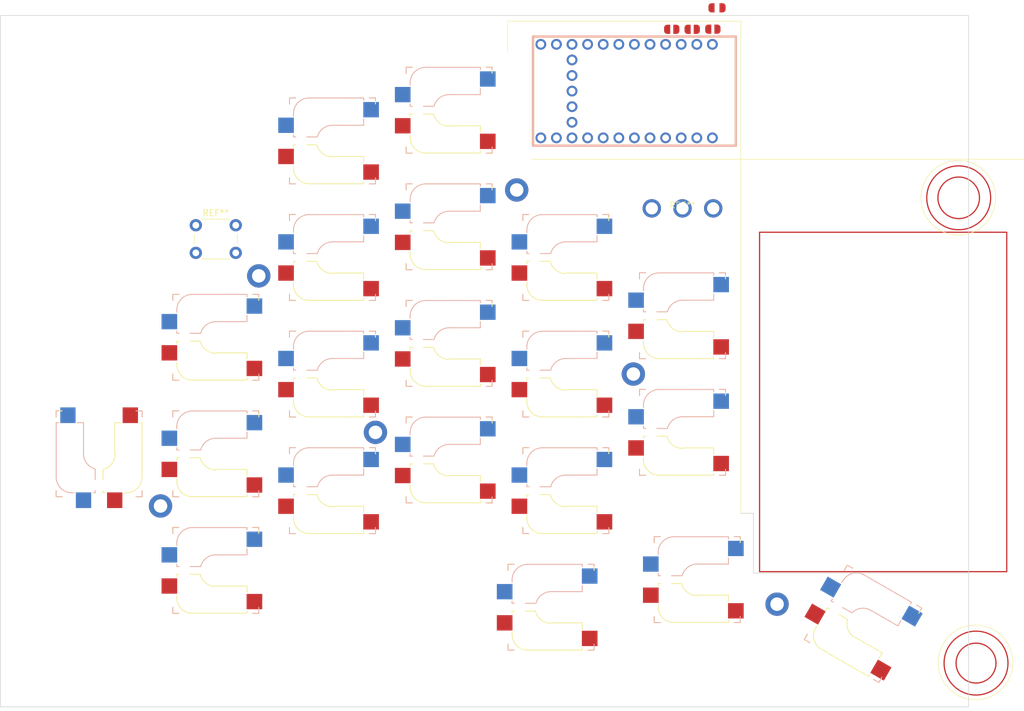
<source format=kicad_pcb>
(kicad_pcb (version 20221018) (generator pcbnew)
  (layers (0 "F.Cu" signal) (31 "B.Cu" signal) (34 "B.Paste" user) (35 "F.Paste" user) (36 "B.SilkS" user "B.Silkscreen") (37 "F.SilkS" user "F.Silkscreen") (38 "B.Mask" user) (39 "F.Mask" user) (44 "Edge.Cuts" user))
  (net 0 "")
  (footprint "footprints:Kailh_socket_MX_reversible_1U" (layer "F.Cu") (at 112 98)
    (fp_text reference "REF**")
    (fp_text value locked "Kailh_socket_MX_reversible")
    (pad "" np_thru_hole circle locked (at -5.08 0) (size 1.7018 1.7018) (drill 1.7018) (layers "F&B.Cu" "*.Mask"))
    (pad "" np_thru_hole circle locked (at -3.81 -2.54) (size 3 3) (drill 3) (layers "F&B.Cu" "*.Mask"))
    (pad "" np_thru_hole circle locked (at -3.81 2.54) (size 3 3) (drill 3) (layers "F&B.Cu" "*.Mask"))
    (pad "" np_thru_hole circle locked (at 0 0) (size 3.9878 3.9878) (drill 3.9878) (layers "F&B.Cu" "*.Mask"))
    (pad "" np_thru_hole circle locked (at 2.54 -5.08) (size 3 3) (drill 3) (layers "F&B.Cu" "*.Mask"))
    (pad "" np_thru_hole circle locked (at 2.54 5.08) (size 3 3) (drill 3) (layers "F&B.Cu" "*.Mask"))
    (pad "" np_thru_hole circle locked (at 5.08 0) (size 1.7018 1.7018) (drill 1.7018) (layers "F&B.Cu" "*.Mask"))
    (pad "1" smd rect locked (at 6.29 -5.08) (size 2.55 2.5) (layers "B.Cu" "B.Paste" "B.Mask"))
    (pad "1" smd rect locked (at 6.29 5.08) (size 2.55 2.5) (layers "F.Cu" "F.Paste" "F.Mask"))
    (pad "2" smd rect locked (at -7.56 -2.54) (size 2.55 2.5) (layers "B.Cu" "B.Paste" "B.Mask"))
    (pad "2" smd rect locked (at -7.56 2.54) (size 2.55 2.5) (layers "F.Cu" "F.Paste" "F.Mask"))
  )
  (footprint "footprints:Kailh_socket_MX_reversible_1U" (layer "F.Cu") (at 131 66)
    (fp_text reference "REF**")
    (fp_text value "Kailh_socket_MX_reversible")
    (pad "" np_thru_hole circle locked (at -5.08 0) (size 1.7018 1.7018) (drill 1.7018) (layers "F&B.Cu" "*.Mask"))
    (pad "" np_thru_hole circle locked (at -3.81 -2.54) (size 3 3) (drill 3) (layers "F&B.Cu" "*.Mask"))
    (pad "" np_thru_hole circle locked (at -3.81 2.54) (size 3 3) (drill 3) (layers "F&B.Cu" "*.Mask"))
    (pad "" np_thru_hole circle locked (at 0 0) (size 3.9878 3.9878) (drill 3.9878) (layers "F&B.Cu" "*.Mask"))
    (pad "" np_thru_hole circle locked (at 2.54 -5.08) (size 3 3) (drill 3) (layers "F&B.Cu" "*.Mask"))
    (pad "" np_thru_hole circle locked (at 2.54 5.08) (size 3 3) (drill 3) (layers "F&B.Cu" "*.Mask"))
    (pad "" np_thru_hole circle locked (at 5.08 0) (size 1.7018 1.7018) (drill 1.7018) (layers "F&B.Cu" "*.Mask"))
    (pad "1" smd rect locked (at 6.29 -5.08) (size 2.55 2.5) (layers "B.Cu" "B.Paste" "B.Mask"))
    (pad "1" smd rect locked (at 6.29 5.08) (size 2.55 2.5) (layers "F.Cu" "F.Paste" "F.Mask"))
    (pad "2" smd rect locked (at -7.56 -2.54) (size 2.55 2.5) (layers "B.Cu" "B.Paste" "B.Mask"))
    (pad "2" smd rect locked (at -7.56 2.54) (size 2.55 2.5) (layers "F.Cu" "F.Paste" "F.Mask"))
  )
  (footprint "footprints:Kailh_socket_MX_reversible_1U" (layer "F.Cu") (at 131 104)
    (fp_text reference "REF**")
    (fp_text value "Kailh_socket_MX_reversible")
    (pad "" np_thru_hole circle locked (at -5.08 0) (size 1.7018 1.7018) (drill 1.7018) (layers "F&B.Cu" "*.Mask"))
    (pad "" np_thru_hole circle locked (at -3.81 -2.54) (size 3 3) (drill 3) (layers "F&B.Cu" "*.Mask"))
    (pad "" np_thru_hole circle locked (at -3.81 2.54) (size 3 3) (drill 3) (layers "F&B.Cu" "*.Mask"))
    (pad "" np_thru_hole circle locked (at 0 0) (size 3.9878 3.9878) (drill 3.9878) (layers "F&B.Cu" "*.Mask"))
    (pad "" np_thru_hole circle locked (at 2.54 -5.08) (size 3 3) (drill 3) (layers "F&B.Cu" "*.Mask"))
    (pad "" np_thru_hole circle locked (at 2.54 5.08) (size 3 3) (drill 3) (layers "F&B.Cu" "*.Mask"))
    (pad "" np_thru_hole circle locked (at 5.08 0) (size 1.7018 1.7018) (drill 1.7018) (layers "F&B.Cu" "*.Mask"))
    (pad "1" smd rect locked (at 6.29 -5.08) (size 2.55 2.5) (layers "B.Cu" "B.Paste" "B.Mask"))
    (pad "1" smd rect locked (at 6.29 5.08) (size 2.55 2.5) (layers "F.Cu" "F.Paste" "F.Mask"))
    (pad "2" smd rect locked (at -7.56 -2.54) (size 2.55 2.5) (layers "B.Cu" "B.Paste" "B.Mask"))
    (pad "2" smd rect locked (at -7.56 2.54) (size 2.55 2.5) (layers "F.Cu" "F.Paste" "F.Mask"))
  )
  (footprint "footprints:Kailh_socket_MX_reversible_1U" (layer "F.Cu") (at 188 94.5)
    (fp_text reference "REF**")
    (fp_text value "Kailh_socket_MX_reversible")
    (pad "" np_thru_hole circle locked (at -5.08 0) (size 1.7018 1.7018) (drill 1.7018) (layers "F&B.Cu" "*.Mask"))
    (pad "" np_thru_hole circle locked (at -3.81 -2.54) (size 3 3) (drill 3) (layers "F&B.Cu" "*.Mask"))
    (pad "" np_thru_hole circle locked (at -3.81 2.54) (size 3 3) (drill 3) (layers "F&B.Cu" "*.Mask"))
    (pad "" np_thru_hole circle locked (at 0 0) (size 3.9878 3.9878) (drill 3.9878) (layers "F&B.Cu" "*.Mask"))
    (pad "" np_thru_hole circle locked (at 2.54 -5.08) (size 3 3) (drill 3) (layers "F&B.Cu" "*.Mask"))
    (pad "" np_thru_hole circle locked (at 2.54 5.08) (size 3 3) (drill 3) (layers "F&B.Cu" "*.Mask"))
    (pad "" np_thru_hole circle locked (at 5.08 0) (size 1.7018 1.7018) (drill 1.7018) (layers "F&B.Cu" "*.Mask"))
    (pad "1" smd rect locked (at 6.29 -5.08) (size 2.55 2.5) (layers "B.Cu" "B.Paste" "B.Mask"))
    (pad "1" smd rect locked (at 6.29 5.08) (size 2.55 2.5) (layers "F.Cu" "F.Paste" "F.Mask"))
    (pad "2" smd rect locked (at -7.56 -2.54) (size 2.55 2.5) (layers "B.Cu" "B.Paste" "B.Mask"))
    (pad "2" smd rect locked (at -7.56 2.54) (size 2.55 2.5) (layers "F.Cu" "F.Paste" "F.Mask"))
  )
  (footprint "footprints:Kailh_socket_MX_reversible_1U" (layer "F.Cu") (at 188 113.5)
    (fp_text reference "REF**")
    (fp_text value "Kailh_socket_MX_reversible")
    (pad "" np_thru_hole circle locked (at -5.08 0) (size 1.7018 1.7018) (drill 1.7018) (layers "F&B.Cu" "*.Mask"))
    (pad "" np_thru_hole circle locked (at -3.81 -2.54) (size 3 3) (drill 3) (layers "F&B.Cu" "*.Mask"))
    (pad "" np_thru_hole circle locked (at -3.81 2.54) (size 3 3) (drill 3) (layers "F&B.Cu" "*.Mask"))
    (pad "" np_thru_hole circle locked (at 0 0) (size 3.9878 3.9878) (drill 3.9878) (layers "F&B.Cu" "*.Mask"))
    (pad "" np_thru_hole circle locked (at 2.54 -5.08) (size 3 3) (drill 3) (layers "F&B.Cu" "*.Mask"))
    (pad "" np_thru_hole circle locked (at 2.54 5.08) (size 3 3) (drill 3) (layers "F&B.Cu" "*.Mask"))
    (pad "" np_thru_hole circle locked (at 5.08 0) (size 1.7018 1.7018) (drill 1.7018) (layers "F&B.Cu" "*.Mask"))
    (pad "1" smd rect locked (at 6.29 -5.08) (size 2.55 2.5) (layers "B.Cu" "B.Paste" "B.Mask"))
    (pad "1" smd rect locked (at 6.29 5.08) (size 2.55 2.5) (layers "F.Cu" "F.Paste" "F.Mask"))
    (pad "2" smd rect locked (at -7.56 -2.54) (size 2.55 2.5) (layers "B.Cu" "B.Paste" "B.Mask"))
    (pad "2" smd rect locked (at -7.56 2.54) (size 2.55 2.5) (layers "F.Cu" "F.Paste" "F.Mask"))
  )
  (footprint "MountingHole:MountingHole_2.2mm_M2_DIN965_Pad" (layer "F.Cu") (at 203.4 141.5)
    (fp_text reference "REF**" hide)
    (fp_text value "MountingHole_2.2mm_M2_DIN965_Pad" hide)
    (pad "1" thru_hole circle locked (at 0 0) (size 3.8 3.8) (drill 2.2) (layers "*.Cu" "*.Mask"))
  )
  (footprint "footprints:Jumper_Open_0.5mm" (layer "F.Cu") (at 189.58 47.82)
    (fp_text reference "REF**" hide)
    (fp_text value "Jumper_Open_0.5mm" hide)
    (pad "1" smd custom (at -0.75 0) (size 1 0.5) (layers "F.Cu" "F.Mask") (options (clearance outline) (anchor rect)) (primitives (gr_circle (center 0 0.25) (end 0.5 0.25) (width 0) (fill yes)) (gr_circle (center 0 -0.25) (end 0.5 -0.25) (width 0) (fill yes)) (gr_poly (pts (xy 0.5 0.75) (xy 0 0.75) (xy 0 -0.75) (xy 0.5 -0.75)) (width 0) (fill yes))))
    (pad "2" smd custom (at 0.75 0) (size 1 0.5) (layers "F.Cu" "F.Mask") (options (clearance outline) (anchor rect)) (primitives (gr_circle (center 0 0.25) (end 0.5 0.25) (width 0) (fill yes)) (gr_circle (center 0 -0.25) (end 0.5 -0.25) (width 0) (fill yes)) (gr_poly (pts (xy 0 0.75) (xy -0.5 0.75) (xy -0.5 -0.75) (xy 0 -0.75)) (width 0) (fill yes))))
  )
  (footprint "footprints:through_hole_m2" (layer "F.Cu") (at 178.5 142)
    (fp_text reference "REF**" hide)
    (fp_text value "through_hole_m2" hide)
    (pad "" np_thru_hole circle locked (at 0 0) (size 4 4) (drill 4) (layers "F&B.Cu" "*.Mask"))
  )
  (footprint "footprints:Kailh_socket_MX_reversible_1U" (layer "F.Cu") (at 169 85)
    (fp_text reference "REF**")
    (fp_text value "Kailh_socket_MX_reversible")
    (pad "" np_thru_hole circle locked (at -5.08 0) (size 1.7018 1.7018) (drill 1.7018) (layers "F&B.Cu" "*.Mask"))
    (pad "" np_thru_hole circle locked (at -3.81 -2.54) (size 3 3) (drill 3) (layers "F&B.Cu" "*.Mask"))
    (pad "" np_thru_hole circle locked (at -3.81 2.54) (size 3 3) (drill 3) (layers "F&B.Cu" "*.Mask"))
    (pad "" np_thru_hole circle locked (at 0 0) (size 3.9878 3.9878) (drill 3.9878) (layers "F&B.Cu" "*.Mask"))
    (pad "" np_thru_hole circle locked (at 2.54 -5.08) (size 3 3) (drill 3) (layers "F&B.Cu" "*.Mask"))
    (pad "" np_thru_hole circle locked (at 2.54 5.08) (size 3 3) (drill 3) (layers "F&B.Cu" "*.Mask"))
    (pad "" np_thru_hole circle locked (at 5.08 0) (size 1.7018 1.7018) (drill 1.7018) (layers "F&B.Cu" "*.Mask"))
    (pad "1" smd rect locked (at 6.29 -5.08) (size 2.55 2.5) (layers "B.Cu" "B.Paste" "B.Mask"))
    (pad "1" smd rect locked (at 6.29 5.08) (size 2.55 2.5) (layers "F.Cu" "F.Paste" "F.Mask"))
    (pad "2" smd rect locked (at -7.56 -2.54) (size 2.55 2.5) (layers "B.Cu" "B.Paste" "B.Mask"))
    (pad "2" smd rect locked (at -7.56 2.54) (size 2.55 2.5) (layers "F.Cu" "F.Paste" "F.Mask"))
  )
  (footprint "footprints:through_hole_m2" (layer "F.Cu") (at 138 75.5)
    (fp_text reference "REF**" hide)
    (fp_text value "through_hole_m2" hide)
    (pad "" np_thru_hole circle locked (at 0 0) (size 4 4) (drill 4) (layers "F&B.Cu" "*.Mask"))
  )
  (footprint "footprints:Kailh_socket_MX_reversible_1U" (layer "F.Cu") (at 150 80)
    (fp_text reference "REF**")
    (fp_text value "Kailh_socket_MX_reversible")
    (pad "" np_thru_hole circle locked (at -5.08 0) (size 1.7018 1.7018) (drill 1.7018) (layers "*.Cu" "*.Mask"))
    (pad "" np_thru_hole circle locked (at -3.81 -2.54) (size 3 3) (drill 3) (layers "*.Cu" "*.Mask"))
    (pad "" np_thru_hole circle locked (at -3.81 2.54) (size 3 3) (drill 3) (layers "*.Cu" "*.Mask"))
    (pad "" np_thru_hole circle locked (at 0 0) (size 3.9878 3.9878) (drill 3.9878) (layers "*.Cu" "*.Mask"))
    (pad "" np_thru_hole circle locked (at 2.54 -5.08) (size 3 3) (drill 3) (layers "*.Cu" "*.Mask"))
    (pad "" np_thru_hole circle locked (at 2.54 5.08) (size 3 3) (drill 3) (layers "*.Cu" "*.Mask"))
    (pad "" np_thru_hole circle locked (at 5.08 0) (size 1.7018 1.7018) (drill 1.7018) (layers "*.Cu" "*.Mask"))
    (pad "1" smd rect locked (at 6.29 -5.08) (size 2.55 2.5) (layers "B.Cu" "B.Paste" "B.Mask"))
    (pad "1" smd rect locked (at 6.29 5.08) (size 2.55 2.5) (layers "F.Cu" "F.Paste" "F.Mask"))
    (pad "2" smd rect locked (at -7.56 -2.54) (size 2.55 2.5) (layers "B.Cu" "B.Paste" "B.Mask"))
    (pad "2" smd rect locked (at -7.56 2.54) (size 2.55 2.5) (layers "F.Cu" "F.Paste" "F.Mask"))
  )
  (footprint "MountingHole:MountingHole_2.2mm_M2_DIN965_Pad" (layer "F.Cu") (at 119 88)
    (fp_text reference "REF**" hide)
    (fp_text value "MountingHole_2.2mm_M2_DIN965_Pad" hide)
    (pad "1" thru_hole circle locked (at 0 0) (size 3.8 3.8) (drill 2.2) (layers "*.Cu" "*.Mask"))
  )
  (footprint "MountingHole:MountingHole_2.2mm_M2_DIN965_Pad" (layer "F.Cu") (at 103 125.5)
    (fp_text reference "REF**" hide)
    (fp_text value "MountingHole_2.2mm_M2_DIN965_Pad" hide)
    (pad "1" thru_hole circle locked (at 0 0) (size 3.8 3.8) (drill 2.2) (layers "*.Cu" "*.Mask"))
  )
  (footprint "footprints:through_hole_m2" (layer "F.Cu") (at 157 108.5)
    (fp_text reference "REF**" hide)
    (fp_text value "through_hole_m2" hide)
    (pad "" np_thru_hole circle locked (at 0 0) (size 4 4) (drill 4) (layers "F&B.Cu" "*.Mask"))
  )
  (footprint "footprints:nice_nano" (layer "F.Cu") (at 178.9 57.89 180)
    (fp_text reference "U1" hide)
    (fp_text value "nice_nano" hide)
    (pad "1" thru_hole circle (at -13.97 7.62 180) (size 1.7526 1.7526) (drill 1.0922) (layers "*.Cu" "*.Mask"))
    (pad "2" thru_hole circle (at -11.43 7.62 180) (size 1.7526 1.7526) (drill 1.0922) (layers "*.Cu" "*.Mask"))
    (pad "3" thru_hole circle (at -8.89 7.62 180) (size 1.7526 1.7526) (drill 1.0922) (layers "*.Cu" "*.Mask"))
    (pad "4" thru_hole circle (at -6.35 7.62 180) (size 1.7526 1.7526) (drill 1.0922) (layers "*.Cu" "*.Mask"))
    (pad "5" thru_hole circle (at -3.81 7.62 180) (size 1.7526 1.7526) (drill 1.0922) (layers "*.Cu" "*.Mask"))
    (pad "6" thru_hole circle (at -1.27 7.62 180) (size 1.7526 1.7526) (drill 1.0922) (layers "*.Cu" "*.Mask"))
    (pad "7" thru_hole circle (at 1.27 7.62 180) (size 1.7526 1.7526) (drill 1.0922) (layers "*.Cu" "*.Mask"))
    (pad "8" thru_hole circle (at 3.81 7.62 180) (size 1.7526 1.7526) (drill 1.0922) (layers "*.Cu" "*.Mask"))
    (pad "9" thru_hole circle (at 6.35 7.62 180) (size 1.7526 1.7526) (drill 1.0922) (layers "*.Cu" "*.Mask"))
    (pad "10" thru_hole circle (at 8.89 7.62 180) (size 1.7526 1.7526) (drill 1.0922) (layers "*.Cu" "*.Mask"))
    (pad "11" thru_hole circle (at 11.43 7.62 180) (size 1.7526 1.7526) (drill 1.0922) (layers "*.Cu" "*.Mask"))
    (pad "12" thru_hole circle (at 13.97 7.62 180) (size 1.7526 1.7526) (drill 1.0922) (layers "*.Cu" "*.Mask"))
    (pad "13" thru_hole circle (at 13.97 -7.62 180) (size 1.7526 1.7526) (drill 1.0922) (layers "*.Cu" "*.Mask"))
    (pad "14" thru_hole circle (at 11.43 -7.62 180) (size 1.7526 1.7526) (drill 1.0922) (layers "*.Cu" "*.Mask"))
    (pad "15" thru_hole circle (at 8.89 -7.62 180) (size 1.7526 1.7526) (drill 1.0922) (layers "*.Cu" "*.Mask"))
    (pad "16" thru_hole circle (at 6.35 -7.62 180) (size 1.7526 1.7526) (drill 1.0922) (layers "*.Cu" "*.Mask"))
    (pad "17" thru_hole circle (at 3.81 -7.62 180) (size 1.7526 1.7526) (drill 1.0922) (layers "*.Cu" "*.Mask"))
    (pad "18" thru_hole circle (at 1.27 -7.62 180) (size 1.7526 1.7526) (drill 1.0922) (layers "*.Cu" "*.Mask"))
    (pad "19" thru_hole circle (at -1.27 -7.62 180) (size 1.7526 1.7526) (drill 1.0922) (layers "*.Cu" "*.Mask"))
    (pad "20" thru_hole circle (at -3.81 -7.62 180) (size 1.7526 1.7526) (drill 1.0922) (layers "*.Cu" "*.Mask"))
    (pad "21" thru_hole circle (at -6.35 -7.62 180) (size 1.7526 1.7526) (drill 1.0922) (layers "*.Cu" "*.Mask"))
    (pad "22" thru_hole circle (at -8.89 -7.62 180) (size 1.7526 1.7526) (drill 1.0922) (layers "*.Cu" "*.Mask"))
    (pad "23" thru_hole circle (at -11.43 -7.62 180) (size 1.7526 1.7526) (drill 1.0922) (layers "*.Cu" "*.Mask"))
    (pad "24" thru_hole circle (at -13.97 -7.62 180) (size 1.7526 1.7526) (drill 1.0922) (layers "*.Cu" "*.Mask"))
    (pad "31" thru_hole circle (at 8.89 -5.08 180) (size 1.7526 1.7526) (drill 1.0922) (layers "*.Cu" "*.Mask"))
    (pad "31" thru_hole circle (at 8.89 5.08 180) (size 1.7526 1.7526) (drill 1.0922) (layers "*.Cu" "*.Mask"))
    (pad "32" thru_hole circle (at 8.89 -2.54 180) (size 1.7526 1.7526) (drill 1.0922) (layers "*.Cu" "*.Mask"))
    (pad "32" thru_hole circle (at 8.89 2.54 180) (size 1.7526 1.7526) (drill 1.0922) (layers "*.Cu" "*.Mask"))
    (pad "33" thru_hole circle (at 8.89 0 180) (size 1.7526 1.7526) (drill 1.0922) (layers "*.Cu" "*.Mask"))
  )
  (footprint "MountingHole:MountingHole_2.2mm_M2_DIN965_Pad" (layer "F.Cu") (at 180 104)
    (fp_text reference "REF**" hide)
    (fp_text value "MountingHole_2.2mm_M2_DIN965_Pad" hide)
    (pad "1" thru_hole circle locked (at 0 0) (size 3.8 3.8) (drill 2.2) (layers "*.Cu" "*.Mask"))
  )
  (footprint "Button_Switch_THT:SW_PUSH_6mm" (layer "F.Cu") (at 108.75 79.75)
    (fp_text reference "REF**" (at 3.25 -2) (layer "F.SilkS"))
    (fp_text value "SW_PUSH_6mm")
    (pad "1" thru_hole circle locked (at 0 0 90) (size 2 2) (drill 1.1) (layers "*.Cu" "*.Mask"))
    (pad "1" thru_hole circle locked (at 6.5 0 90) (size 2 2) (drill 1.1) (layers "*.Cu" "*.Mask"))
    (pad "2" thru_hole circle locked (at 0 4.5 90) (size 2 2) (drill 1.1) (layers "*.Cu" "*.Mask"))
    (pad "2" thru_hole circle locked (at 6.5 4.5 90) (size 2 2) (drill 1.1) (layers "*.Cu" "*.Mask"))
  )
  (footprint "MountingHole:MountingHole_2.2mm_M2_DIN965_Pad" (layer "F.Cu") (at 161 74)
    (fp_text reference "REF**" hide)
    (fp_text value "MountingHole_2.2mm_M2_DIN965_Pad" hide)
    (pad "1" thru_hole circle locked (at 0 0) (size 3.8 3.8) (drill 2.2) (layers "*.Cu" "*.Mask"))
  )
  (footprint "footprints:Kailh_socket_MX_reversible_1U" (layer "F.Cu") (at 169 123)
    (fp_text reference locked "REF**")
    (fp_text value "Kailh_socket_MX_reversible")
    (pad "" np_thru_hole circle locked (at -5.08 0) (size 1.7018 1.7018) (drill 1.7018) (layers "F&B.Cu" "*.Mask"))
    (pad "" np_thru_hole circle locked (at -3.81 -2.54) (size 3 3) (drill 3) (layers "F&B.Cu" "*.Mask"))
    (pad "" np_thru_hole circle locked (at -3.81 2.54) (size 3 3) (drill 3) (layers "F&B.Cu" "*.Mask"))
    (pad "" np_thru_hole circle locked (at 0 0) (size 3.9878 3.9878) (drill 3.9878) (layers "F&B.Cu" "*.Mask"))
    (pad "" np_thru_hole circle locked (at 2.54 -5.08) (size 3 3) (drill 3) (layers "F&B.Cu" "*.Mask"))
    (pad "" np_thru_hole circle locked (at 2.54 5.08) (size 3 3) (drill 3) (layers "F&B.Cu" "*.Mask"))
    (pad "" np_thru_hole circle locked (at 5.08 0) (size 1.7018 1.7018) (drill 1.7018) (layers "F&B.Cu" "*.Mask"))
    (pad "1" smd rect locked (at 6.29 -5.08) (size 2.55 2.5) (layers "B.Cu" "B.Paste" "B.Mask"))
    (pad "1" smd rect locked (at 6.29 5.08) (size 2.55 2.5) (layers "F.Cu" "F.Paste" "F.Mask"))
    (pad "2" smd rect locked (at -7.56 -2.54) (size 2.55 2.5) (layers "B.Cu" "B.Paste" "B.Mask"))
    (pad "2" smd rect locked (at -7.56 2.54) (size 2.55 2.5) (layers "F.Cu" "F.Paste" "F.Mask"))
  )
  (footprint "footprints:Jumper_Open_0.8mm" (layer "F.Cu") (at 193.91 44.37)
    (fp_text reference "REF**" hide)
    (fp_text value "Jumper_Open_0.8mm" hide)
    (pad "1" smd custom (at -1.19 -0.05) (size 1 0.5) (layers "F.Cu" "F.Mask") (options (clearance outline) (anchor rect)) (primitives (gr_circle (center 0 0.25) (end 0.5 0.25) (width 0) (fill yes)) (gr_circle (center 0 -0.25) (end 0.5 -0.25) (width 0) (fill yes)) (gr_poly (pts (xy 0.5 0.75) (xy 0 0.75) (xy 0 -0.75) (xy 0.5 -0.75)) (width 0) (fill yes))))
    (pad "2" smd custom (at 0.61 -0.05) (size 1 0.5) (layers "F.Cu" "F.Mask") (options (clearance outline) (anchor rect)) (primitives (gr_circle (center 0 0.25) (end 0.5 0.25) (width 0) (fill yes)) (gr_circle (center 0 -0.25) (end 0.5 -0.25) (width 0) (fill yes)) (gr_poly (pts (xy 0 0.75) (xy -0.5 0.75) (xy -0.5 -0.75) (xy 0 -0.75)) (width 0) (fill yes))))
  )
  (footprint "footprints:Jumper_Open_0.5mm" (layer "F.Cu") (at 186.25 47.82)
    (fp_text reference "REF**" hide)
    (fp_text value "Jumper_Open_0.5mm" hide)
    (pad "1" smd custom (at -0.75 0) (size 1 0.5) (layers "F.Cu" "F.Mask") (options (clearance outline) (anchor rect)) (primitives (gr_circle (center 0 0.25) (end 0.5 0.25) (width 0) (fill yes)) (gr_circle (center 0 -0.25) (end 0.5 -0.25) (width 0) (fill yes)) (gr_poly (pts (xy 0.5 0.75) (xy 0 0.75) (xy 0 -0.75) (xy 0.5 -0.75)) (width 0) (fill yes))))
    (pad "2" smd custom (at 0.75 0) (size 1 0.5) (layers "F.Cu" "F.Mask") (options (clearance outline) (anchor rect)) (primitives (gr_circle (center 0 0.25) (end 0.5 0.25) (width 0) (fill yes)) (gr_circle (center 0 -0.25) (end 0.5 -0.25) (width 0) (fill yes)) (gr_poly (pts (xy 0 0.75) (xy -0.5 0.75) (xy -0.5 -0.75) (xy 0 -0.75)) (width 0) (fill yes))))
  )
  (footprint "MountingHole:MountingHole_2.2mm_M2_DIN965_Pad" (layer "F.Cu") (at 138 113.5)
    (fp_text reference "REF**" hide)
    (fp_text value "MountingHole_2.2mm_M2_DIN965_Pad" hide)
    (pad "1" thru_hole circle locked (at 0 0) (size 3.8 3.8) (drill 2.2) (layers "*.Cu" "*.Mask"))
  )
  (footprint "footprints:Kailh_socket_MX_reversible_1U" (layer "F.Cu") (at 169 104)
    (fp_text reference locked "REF**")
    (fp_text value "Kailh_socket_MX_reversible")
    (pad "" np_thru_hole circle locked (at -5.08 0) (size 1.7018 1.7018) (drill 1.7018) (layers "F&B.Cu" "*.Mask"))
    (pad "" np_thru_hole circle locked (at -3.81 -2.54) (size 3 3) (drill 3) (layers "F&B.Cu" "*.Mask"))
    (pad "" np_thru_hole circle locked (at -3.81 2.54) (size 3 3) (drill 3) (layers "F&B.Cu" "*.Mask"))
    (pad "" np_thru_hole circle locked (at 0 0) (size 3.9878 3.9878) (drill 3.9878) (layers "F&B.Cu" "*.Mask"))
    (pad "" np_thru_hole circle locked (at 2.54 -5.08) (size 3 3) (drill 3) (layers "F&B.Cu" "*.Mask"))
    (pad "" np_thru_hole circle locked (at 2.54 5.08) (size 3 3) (drill 3) (layers "F&B.Cu" "*.Mask"))
    (pad "" np_thru_hole circle locked (at 5.08 0) (size 1.7018 1.7018) (drill 1.7018) (layers "F&B.Cu" "*.Mask"))
    (pad "1" smd rect locked (at 6.29 -5.08) (size 2.55 2.5) (layers "B.Cu" "B.Paste" "B.Mask"))
    (pad "1" smd rect locked (at 6.29 5.08) (size 2.55 2.5) (layers "F.Cu" "F.Paste" "F.Mask"))
    (pad "2" smd rect locked (at -7.56 -2.54) (size 2.55 2.5) (layers "B.Cu" "B.Paste" "B.Mask"))
    (pad "2" smd rect locked (at -7.56 2.54) (size 2.55 2.5) (layers "F.Cu" "F.Paste" "F.Mask"))
  )
  (footprint "footprints:Kailh_socket_MX_reversible_1U" (layer "F.Cu") (at 112 117)
    (fp_text reference "REF**")
    (fp_text value "Kailh_socket_MX_reversible")
    (pad "" np_thru_hole circle locked (at -5.08 0) (size 1.7018 1.7018) (drill 1.7018) (layers "F&B.Cu" "*.Mask"))
    (pad "" np_thru_hole circle locked (at -3.81 -2.54) (size 3 3) (drill 3) (layers "F&B.Cu" "*.Mask"))
    (pad "" np_thru_hole circle locked (at -3.81 2.54) (size 3 3) (drill 3) (layers "F&B.Cu" "*.Mask"))
    (pad "" np_thru_hole circle locked (at 0 0) (size 3.9878 3.9878) (drill 3.9878) (layers "F&B.Cu" "*.Mask"))
    (pad "" np_thru_hole circle locked (at 2.54 -5.08) (size 3 3) (drill 3) (layers "F&B.Cu" "*.Mask"))
    (pad "" np_thru_hole circle locked (at 2.54 5.08) (size 3 3) (drill 3) (layers "F&B.Cu" "*.Mask"))
    (pad "" np_thru_hole circle locked (at 5.08 0) (size 1.7018 1.7018) (drill 1.7018) (layers "F&B.Cu" "*.Mask"))
    (pad "1" smd rect locked (at 6.29 -5.08) (size 2.55 2.5) (layers "B.Cu" "B.Paste" "B.Mask"))
    (pad "1" smd rect locked (at 6.29 5.08) (size 2.55 2.5) (layers "F.Cu" "F.Paste" "F.Mask"))
    (pad "2" smd rect locked (at -7.56 -2.54) (size 2.55 2.5) (layers "B.Cu" "B.Paste" "B.Mask"))
    (pad "2" smd rect locked (at -7.56 2.54) (size 2.55 2.5) (layers "F.Cu" "F.Paste" "F.Mask"))
  )
  (footprint "footprints:Kailh_socket_MX_reversible_1U" (layer "F.Cu") (at 131 123)
    (fp_text reference "REF**")
    (fp_text value "Kailh_socket_MX_reversible")
    (pad "" np_thru_hole circle locked (at -5.08 0) (size 1.7018 1.7018) (drill 1.7018) (layers "F&B.Cu" "*.Mask"))
    (pad "" np_thru_hole circle locked (at -3.81 -2.54) (size 3 3) (drill 3) (layers "F&B.Cu" "*.Mask"))
    (pad "" np_thru_hole circle locked (at -3.81 2.54) (size 3 3) (drill 3) (layers "F&B.Cu" "*.Mask"))
    (pad "" np_thru_hole circle locked (at 0 0) (size 3.9878 3.9878) (drill 3.9878) (layers "F&B.Cu" "*.Mask"))
    (pad "" np_thru_hole circle locked (at 2.54 -5.08) (size 3 3) (drill 3) (layers "F&B.Cu" "*.Mask"))
    (pad "" np_thru_hole circle locked (at 2.54 5.08) (size 3 3) (drill 3) (layers "F&B.Cu" "*.Mask"))
    (pad "" np_thru_hole circle locked (at 5.08 0) (size 1.7018 1.7018) (drill 1.7018) (layers "F&B.Cu" "*.Mask"))
    (pad "1" smd rect locked (at 6.29 -5.08) (size 2.55 2.5) (layers "B.Cu" "B.Paste" "B.Mask"))
    (pad "1" smd rect locked (at 6.29 5.08) (size 2.55 2.5) (layers "F.Cu" "F.Paste" "F.Mask"))
    (pad "2" smd rect locked (at -7.56 -2.54) (size 2.55 2.5) (layers "B.Cu" "B.Paste" "B.Mask"))
    (pad "2" smd rect locked (at -7.56 2.54) (size 2.55 2.5) (layers "F.Cu" "F.Paste" "F.Mask"))
  )
  (footprint "footprints:slide_switch_5mm" (layer "F.Cu") (at 188 77)
    (fp_text reference "REF**" (at 0 -0.5 unlocked) (layer "F.SilkS") (effects (font (thickness 0.1))))
    (fp_text value "slide_switch_5mm")
    (pad "1" thru_hole circle locked (at -5 0) (size 3 3) (drill 2) (layers "*.Cu" "*.Mask"))
    (pad "2" thru_hole circle locked (at 0 0) (size 3 3) (drill 2) (layers "*.Cu" "*.Mask"))
    (pad "3" thru_hole circle locked (at 5 0) (size 3 3) (drill 2) (layers "*.Cu" "*.Mask"))
  )
  (footprint "footprints:Kailh_socket_MX_reversible_1U" (layer "F.Cu") (at 112 136)
    (fp_text reference locked "REF**")
    (fp_text value "Kailh_socket_MX_reversible")
    (pad "" np_thru_hole circle locked (at -5.08 0) (size 1.7018 1.7018) (drill 1.7018) (layers "F&B.Cu" "*.Mask"))
    (pad "" np_thru_hole circle locked (at -3.81 -2.54) (size 3 3) (drill 3) (layers "F&B.Cu" "*.Mask"))
    (pad "" np_thru_hole circle locked (at -3.81 2.54) (size 3 3) (drill 3) (layers "F&B.Cu" "*.Mask"))
    (pad "" np_thru_hole circle locked (at 0 0) (size 3.9878 3.9878) (drill 3.9878) (layers "F&B.Cu" "*.Mask"))
    (pad "" np_thru_hole circle locked (at 2.54 -5.08) (size 3 3) (drill 3) (layers "F&B.Cu" "*.Mask"))
    (pad "" np_thru_hole circle locked (at 2.54 5.08) (size 3 3) (drill 3) (layers "F&B.Cu" "*.Mask"))
    (pad "" np_thru_hole circle locked (at 5.08 0) (size 1.7018 1.7018) (drill 1.7018) (layers "F&B.Cu" "*.Mask"))
    (pad "1" smd rect locked (at 6.29 -5.08) (size 2.55 2.5) (layers "B.Cu" "B.Paste" "B.Mask"))
    (pad "1" smd rect locked (at 6.29 5.08) (size 2.55 2.5) (layers "F.Cu" "F.Paste" "F.Mask"))
    (pad "2" smd rect locked (at -7.56 -2.54) (size 2.55 2.5) (layers "B.Cu" "B.Paste" "B.Mask"))
    (pad "2" smd rect locked (at -7.56 2.54) (size 2.55 2.5) (layers "F.Cu" "F.Paste" "F.Mask"))
  )
  (footprint "footprints:Kailh_socket_MX_reversible_1_25U" (layer "F.Cu") (at 190.4 137.5)
    (fp_text reference "REF**")
    (fp_text value "Kailh_socket_MX_reversible")
    (pad "" np_thru_hole circle locked (at -5.08 0) (size 1.7018 1.7018) (drill 1.7018) (layers "*.Cu" "*.Mask"))
    (pad "" np_thru_hole circle locked (at -3.81 -2.54) (size 3 3) (drill 3) (layers "*.Cu" "*.Mask"))
    (pad "" np_thru_hole circle locked (at -3.81 2.54) (size 3 3) (drill 3) (layers "*.Cu" "*.Mask"))
    (pad "" np_thru_hole circle locked (at 0 0) (size 3.9878 3.9878) (drill 3.9878) (layers "*.Cu" "*.Mask"))
    (pad "" np_thru_hole circle locked (at 2.54 -5.08) (size 3 3) (drill 3) (layers "*.Cu" "*.Mask"))
    (pad "" np_thru_hole circle locked (at 2.54 5.08) (size 3 3) (drill 3) (layers "*.Cu" "*.Mask"))
    (pad "" np_thru_hole circle locked (at 5.08 0) (size 1.7018 1.7018) (drill 1.7018) (layers "*.Cu" "*.Mask"))
    (pad "1" smd rect locked (at 6.29 -5.08) (size 2.55 2.5) (layers "B.Cu" "B.Paste" "B.Mask"))
    (pad "1" smd rect locked (at 6.29 5.08) (size 2.55 2.5) (layers "F.Cu" "F.Paste" "F.Mask"))
    (pad "2" smd rect locked (at -7.56 -2.54) (size 2.55 2.5) (layers "B.Cu" "B.Paste" "B.Mask"))
    (pad "2" smd rect locked (at -7.56 2.54) (size 2.55 2.5) (layers "F.Cu" "F.Paste" "F.Mask"))
  )
  (footprint "footprints:Kailh_socket_MX_reversible_1U" (layer "F.Cu") (at 150 99)
    (fp_text reference "REF**")
    (fp_text value locked "Kailh_socket_MX_reversible")
    (pad "" np_thru_hole circle locked (at -5.08 0) (size 1.7018 1.7018) (drill 1.7018) (layers "F&B.Cu" "*.Mask"))
    (pad "" np_thru_hole circle locked (at -3.81 -2.54) (size 3 3) (drill 3) (layers "F&B.Cu" "*.Mask"))
    (pad "" np_thru_hole circle locked (at -3.81 2.54) (size 3 3) (drill 3) (layers "F&B.Cu" "*.Mask"))
    (pad "" np_thru_hole circle locked (at 0 0) (size 3.9878 3.9878) (drill 3.9878) (layers "F&B.Cu" "*.Mask"))
    (pad "" np_thru_hole circle locked (at 2.54 -5.08) (size 3 3) (drill 3) (layers "F&B.Cu" "*.Mask"))
    (pad "" np_thru_hole circle locked (at 2.54 5.08) (size 3 3) (drill 3) (layers "F&B.Cu" "*.Mask"))
    (pad "" np_thru_hole circle locked (at 5.08 0) (size 1.7018 1.7018) (drill 1.7018) (layers "F&B.Cu" "*.Mask"))
    (pad "1" smd rect locked (at 6.29 -5.08) (size 2.55 2.5) (layers "B.Cu" "B.Paste" "B.Mask"))
    (pad "1" smd rect locked (at 6.29 5.08) (size 2.55 2.5) (layers "F.Cu" "F.Paste" "F.Mask"))
    (pad "2" smd rect locked (at -7.56 -2.54) (size 2.55 2.5) (layers "B.Cu" "B.Paste" "B.Mask"))
    (pad "2" smd rect locked (at -7.56 2.54) (size 2.55 2.5) (layers "F.Cu" "F.Paste" "F.Mask"))
  )
  (footprint "footprints:Kailh_socket_MX_reversible_1U" (layer "F.Cu") (at 131 85)
    (fp_text reference "REF**")
    (fp_text value "Kailh_socket_MX_reversible")
    (pad "" np_thru_hole circle locked (at -5.08 0) (size 1.7018 1.7018) (drill 1.7018) (layers "F&B.Cu" "*.Mask"))
    (pad "" np_thru_hole circle locked (at -3.81 -2.54) (size 3 3) (drill 3) (layers "F&B.Cu" "*.Mask"))
    (pad "" np_thru_hole circle locked (at -3.81 2.54) (size 3 3) (drill 3) (layers "F&B.Cu" "*.Mask"))
    (pad "" np_thru_hole circle locked (at 0 0) (size 3.9878 3.9878) (drill 3.9878) (layers "F&B.Cu" "*.Mask"))
    (pad "" np_thru_hole circle locked (at 2.54 -5.08) (size 3 3) (drill 3) (layers "F&B.Cu" "*.Mask"))
    (pad "" np_thru_hole circle locked (at 2.54 5.08) (size 3 3) (drill 3) (layers "F&B.Cu" "*.Mask"))
    (pad "" np_thru_hole circle locked (at 5.08 0) (size 1.7018 1.7018) (drill 1.7018) (layers "F&B.Cu" "*.Mask"))
    (pad "1" smd rect locked (at 6.29 -5.08) (size 2.55 2.5) (layers "B.Cu" "B.Paste" "B.Mask"))
    (pad "1" smd rect locked (at 6.29 5.08) (size 2.55 2.5) (layers "F.Cu" "F.Paste" "F.Mask"))
    (pad "2" smd rect locked (at -7.56 -2.54) (size 2.55 2.5) (layers "B.Cu" "B.Paste" "B.Mask"))
    (pad "2" smd rect locked (at -7.56 2.54) (size 2.55 2.5) (layers "F.Cu" "F.Paste" "F.Mask"))
  )
  (footprint "footprints:Jumper_Open_0.5mm" (layer "F.Cu") (at 192.94 47.8)
    (fp_text reference "REF**" hide)
    (fp_text value "Jumper_Open_0.5mm" hide)
    (pad "1" smd custom (at -0.75 0) (size 1 0.5) (layers "F.Cu" "F.Mask") (options (clearance outline) (anchor rect)) (primitives (gr_circle (center 0 0.25) (end 0.5 0.25) (width 0) (fill yes)) (gr_circle (center 0 -0.25) (end 0.5 -0.25) (width 0) (fill yes)) (gr_poly (pts (xy 0.5 0.75) (xy 0 0.75) (xy 0 -0.75) (xy 0.5 -0.75)) (width 0) (fill yes))))
    (pad "2" smd custom (at 0.75 0) (size 1 0.5) (layers "F.Cu" "F.Mask") (options (clearance outline) (anchor rect)) (primitives (gr_circle (center 0 0.25) (end 0.5 0.25) (width 0) (fill yes)) (gr_circle (center 0 -0.25) (end 0.5 -0.25) (width 0) (fill yes)) (gr_poly (pts (xy 0 0.75) (xy -0.5 0.75) (xy -0.5 -0.75) (xy 0 -0.75)) (width 0) (fill yes))))
  )
  (footprint "footprints:Kailh_socket_MX_reversible_1U" (layer "F.Cu") (at 150 61)
    (fp_text reference "REF**")
    (fp_text value "Kailh_socket_MX_reversible")
    (pad "" np_thru_hole circle locked (at -5.08 0) (size 1.7018 1.7018) (drill 1.7018) (layers "F&B.Cu" "*.Mask"))
    (pad "" np_thru_hole circle locked (at -3.81 -2.54) (size 3 3) (drill 3) (layers "F&B.Cu" "*.Mask"))
    (pad "" np_thru_hole circle locked (at -3.81 2.54) (size 3 3) (drill 3) (layers "F&B.Cu" "*.Mask"))
    (pad "" np_thru_hole circle locked (at 0 0) (size 3.9878 3.9878) (drill 3.9878) (layers "F&B.Cu" "*.Mask"))
    (pad "" np_thru_hole circle locked (at 2.54 -5.08) (size 3 3) (drill 3) (layers "F&B.Cu" "*.Mask"))
    (pad "" np_thru_hole circle locked (at 2.54 5.08) (size 3 3) (drill 3) (layers "F&B.Cu" "*.Mask"))
    (pad "" np_thru_hole circle locked (at 5.08 0) (size 1.7018 1.7018) (drill 1.7018) (layers "F&B.Cu" "*.Mask"))
    (pad "1" smd rect locked (at 6.29 -5.08) (size 2.55 2.5) (layers "B.Cu" "B.Paste" "B.Mask"))
    (pad "1" smd rect locked (at 6.29 5.08) (size 2.55 2.5) (layers "F.Cu" "F.Paste" "F.Mask"))
    (pad "2" smd rect locked (at -7.56 -2.54) (size 2.55 2.5) (layers "B.Cu" "B.Paste" "B.Mask"))
    (pad "2" smd rect locked (at -7.56 2.54) (size 2.55 2.5) (layers "F.Cu" "F.Paste" "F.Mask"))
  )
  (footprint "footprints:Kailh_socket_MX_reversible_1_25U" (layer "F.Cu") (at 217.400152 144.699705 -30)
    (fp_text reference "REF**")
    (fp_text value "Kailh_socket_MX_reversible")
    (pad "" np_thru_hole circle locked (at -5.08 0 330) (size 1.7018 1.7018) (drill 1.7018) (layers "F&B.Cu" "*.Mask"))
    (pad "" np_thru_hole circle locked (at -3.81 -2.54 330) (size 3 3) (drill 3) (layers "F&B.Cu" "*.Mask"))
    (pad "" np_thru_hole circle locked (at -3.81 2.54 330) (size 3 3) (drill 3) (layers "F&B.Cu" "*.Mask"))
    (pad "" np_thru_hole circle locked (at 0 0 330) (size 3.9878 3.9878) (drill 3.9878) (layers "F&B.Cu" "*.Mask"))
    (pad "" np_thru_hole circle locked (at 2.54 -5.08 330) (size 3 3) (drill 3) (layers "F&B.Cu" "*.Mask"))
    (pad "" np_thru_hole circle locked (at 2.54 5.08 330) (size 3 3) (drill 3) (layers "F&B.Cu" "*.Mask"))
    (pad "" np_thru_hole circle locked (at 5.08 0 330) (size 1.7018 1.7018) (drill 1.7018) (layers "F&B.Cu" "*.Mask"))
    (pad "1" smd rect locked (at 6.29 -5.08 330) (size 2.55 2.5) (layers "B.Cu" "B.Paste" "B.Mask"))
    (pad "1" smd rect locked (at 6.29 5.08 330) (size 2.55 2.5) (layers "F.Cu" "F.Paste" "F.Mask"))
    (pad "2" smd rect locked (at -7.56 -2.54 330) (size 2.55 2.5) (layers "B.Cu" "B.Paste" "B.Mask"))
    (pad "2" smd rect locked (at -7.56 2.54 330) (size 2.55 2.5) (layers "F.Cu" "F.Paste" "F.Mask"))
  )
  (footprint "footprints:Kailh_socket_MX_reversible_1_25U" (layer "F.Cu") (at 93 117 90)
    (fp_text reference "REF**")
    (fp_text value "Kailh_socket_MX_reversible")
    (pad "" np_thru_hole circle locked (at -5.08 0 90) (size 1.7018 1.7018) (drill 1.7018) (layers "*.Cu" "*.Mask"))
    (pad "" np_thru_hole circle locked (at -3.81 -2.54 90) (size 3 3) (drill 3) (layers "*.Cu" "*.Mask"))
    (pad "" np_thru_hole circle locked (at -3.81 2.54 90) (size 3 3) (drill 3) (layers "*.Cu" "*.Mask"))
    (pad "" np_thru_hole circle locked (at 0 0 90) (size 3.9878 3.9878) (drill 3.9878) (layers "*.Cu" "*.Mask"))
    (pad "" np_thru_hole circle locked (at 2.54 -5.08 90) (size 3 3) (drill 3) (layers "*.Cu" "*.Mask"))
    (pad "" np_thru_hole circle locked (at 2.54 5.08 90) (size 3 3) (drill 3) (layers "*.Cu" "*.Mask"))
    (pad "" np_thru_hole circle locked (at 5.08 0 90) (size 1.7018 1.7018) (drill 1.7018) (layers "*.Cu" "*.Mask"))
    (pad "1" smd rect locked (at 6.29 -5.08 90) (size 2.55 2.5) (layers "B.Cu" "B.Paste" "B.Mask"))
    (pad "1" smd rect locked (at 6.29 5.08 90) (size 2.55 2.5) (layers "F.Cu" "F.Paste" "F.Mask"))
    (pad "2" smd rect locked (at -7.56 -2.54 90) (size 2.55 2.5) (layers "B.Cu" "B.Paste" "B.Mask"))
    (pad "2" smd rect locked (at -7.56 2.54 90) (size 2.55 2.5) (layers "F.Cu" "F.Paste" "F.Mask"))
  )
  (footprint "footprints:Kailh_socket_MX_reversible_1U" (layer "F.Cu") (at 150 118)
    (fp_text reference "REF**")
    (fp_text value "Kailh_socket_MX_reversible")
    (pad "" np_thru_hole circle locked (at -5.08 0) (size 1.7018 1.7018) (drill 1.7018) (layers "F&B.Cu" "*.Mask"))
    (pad "" np_thru_hole circle locked (at -3.81 -2.54) (size 3 3) (drill 3) (layers "F&B.Cu" "*.Mask"))
    (pad "" np_thru_hole circle locked (at -3.81 2.54) (size 3 3) (drill 3) (layers "F&B.Cu" "*.Mask"))
    (pad "" np_thru_hole circle locked (at 0 0) (size 3.9878 3.9878) (drill 3.9878) (layers "F&B.Cu" "*.Mask"))
    (pad "" np_thru_hole circle locked (at 2.54 -5.08) (size 3 3) (drill 3) (layers "F&B.Cu" "*.Mask"))
    (pad "" np_thru_hole circle locked (at 2.54 5.08) (size 3 3) (drill 3) (layers "F&B.Cu" "*.Mask"))
    (pad "" np_thru_hole circle locked (at 5.08 0) (size 1.7018 1.7018) (drill 1.7018) (layers "F&B.Cu" "*.Mask"))
    (pad "1" smd rect locked (at 6.29 -5.08) (size 2.55 2.5) (layers "B.Cu" "B.Paste" "B.Mask"))
    (pad "1" smd rect locked (at 6.29 5.08) (size 2.55 2.5) (layers "F.Cu" "F.Paste" "F.Mask"))
    (pad "2" smd rect locked (at -7.56 -2.54) (size 2.55 2.5) (layers "B.Cu" "B.Paste" "B.Mask"))
    (pad "2" smd rect locked (at -7.56 2.54) (size 2.55 2.5) (layers "F.Cu" "F.Paste" "F.Mask"))
  )
  (footprint "footprints:through_hole_m2" (layer "F.Cu") (at 175 74)
    (fp_text reference "REF**" hide)
    (fp_text value "through_hole_m2" hide)
    (pad "" np_thru_hole circle locked (at 0 0) (size 4 4) (drill 4) (layers "F&B.Cu" "*.Mask"))
  )
  (footprint "footprints:through_hole_m2" (layer "F.Cu") (at 122.5 113.5)
    (fp_text reference "REF**" hide)
    (fp_text value "through_hole_m2" hide)
    (pad "" np_thru_hole circle locked (at 0 0) (size 4 4) (drill 4) (layers "F&B.Cu" "*.Mask"))
  )
  (footprint "footprints:Kailh_socket_MX_reversible_1_25U" (layer "F.Cu") (at 166.6 142)
    (fp_text reference "REF**")
    (fp_text value "Kailh_socket_MX_reversible")
    (pad "" np_thru_hole circle locked (at -5.08 0) (size 1.7018 1.7018) (drill 1.7018) (layers "F&B.Cu" "*.Mask"))
    (pad "" np_thru_hole circle locked (at -3.81 -2.54) (size 3 3) (drill 3) (layers "F&B.Cu" "*.Mask"))
    (pad "" np_thru_hole circle locked (at -3.81 2.54) (size 3 3) (drill 3) (layers "F&B.Cu" "*.Mask"))
    (pad "" np_thru_hole circle locked (at 0 0) (size 3.9878 3.9878) (drill 3.9878) (layers "F&B.Cu" "*.Mask"))
    (pad "" np_thru_hole circle locked (at 2.54 -5.08) (size 3 3) (drill 3) (layers "F&B.Cu" "*.Mask"))
    (pad "" np_thru_hole circle locked (at 2.54 5.08) (size 3 3) (drill 3) (layers "F&B.Cu" "*.Mask"))
    (pad "" np_thru_hole circle locked (at 5.08 0) (size 1.7018 1.7018) (drill 1.7018) (layers "F&B.Cu" "*.Mask"))
    (pad "1" smd rect locked (at 6.29 -5.08) (size 2.55 2.5) (layers "B.Cu" "B.Paste" "B.Mask"))
    (pad "1" smd rect locked (at 6.29 5.08) (size 2.55 2.5) (layers "F.Cu" "F.Paste" "F.Mask"))
    (pad "2" smd rect locked (at -7.56 -2.54) (size 2.55 2.5) (layers "B.Cu" "B.Paste" "B.Mask"))
    (pad "2" smd rect locked (at -7.56 2.54) (size 2.55 2.5) (layers "F.Cu" "F.Paste" "F.Mask"))
  )
  (gr_rect (start 200.55 80.89) (end 240.8 136.2) (stroke (width 0.2)) (fill none) (layer "F.Cu"))
  (gr_circle (center 235.8 151.1) (end 237.88 153.6) (stroke (width 0.2)) (fill none) (layer "F.Cu"))
  (gr_circle (center 235.8 151.1) (end 238.8 155.35) (stroke (width 0.2)) (fill none) (layer "F.Cu"))
  (gr_circle (center 232.977837 75.28) (end 235.977837 79.53) (stroke (width 0.2)) (fill none) (layer "F.Cu"))
  (gr_circle (center 232.977837 75.28) (end 235.425674 72.94) (stroke (width 0.2)) (fill none) (layer "F.Cu"))
  (gr_line locked (start 159.5 46.5) (end 197.5 46.5) (stroke (width 0.1)) (layer "F.SilkS"))
  (gr_line (start 197.5 46.5) (end 197.5 126.69) (stroke (width 0.1)) (layer "F.SilkS"))
  (gr_circle (center 235.718882 151) (end 241.8 151) (stroke (width 0.1)) (fill none) (layer "F.SilkS"))
  (gr_line locked (start 163.48 69) (end 243.58 69) (stroke (width 0.1)) (layer "F.SilkS"))
  (gr_line locked (start 159.5 51.5) (end 159.5 46.5) (stroke (width 0.1)) (layer "F.SilkS"))
  (gr_circle (center 232.92 75.28) (end 239.001118 75.28) (stroke (width 0.1)) (fill none) (layer "F.SilkS"))
  (gr_line (start 197.5 126.69) (end 199.55 126.69) (stroke (width 0.1)) (layer "Edge.Cuts"))
  (gr_line (start 199.55 126.69) (end 199.55 136.44) (stroke (width 0.1)) (layer "Edge.Cuts"))
  (gr_rect (start 76.91 45.56) (end 234.58 158.24) (stroke (width 0.1)) (fill none) (layer "Edge.Cuts"))
  (gr_line (start 199.55 136.44) (end 234.57 136.44) (stroke (width 0.1)) (layer "Edge.Cuts"))
)
</source>
